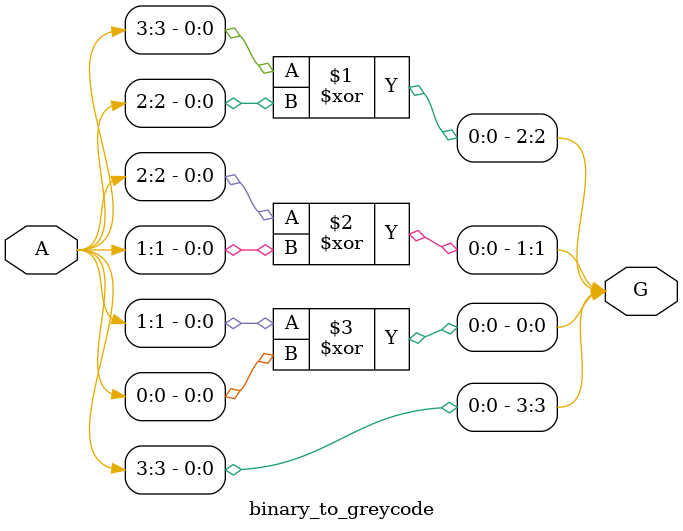
<source format=v>
`timescale 1ns / 1ps


module binary_to_greycode(A,G);
input [3:0]A;
output [3:0]G;

assign G[3]=A[3];
assign G[2]=A[3]^A[2];
assign G[1]=A[2]^A[1];
assign G[0]=A[1]^A[0];
endmodule

</source>
